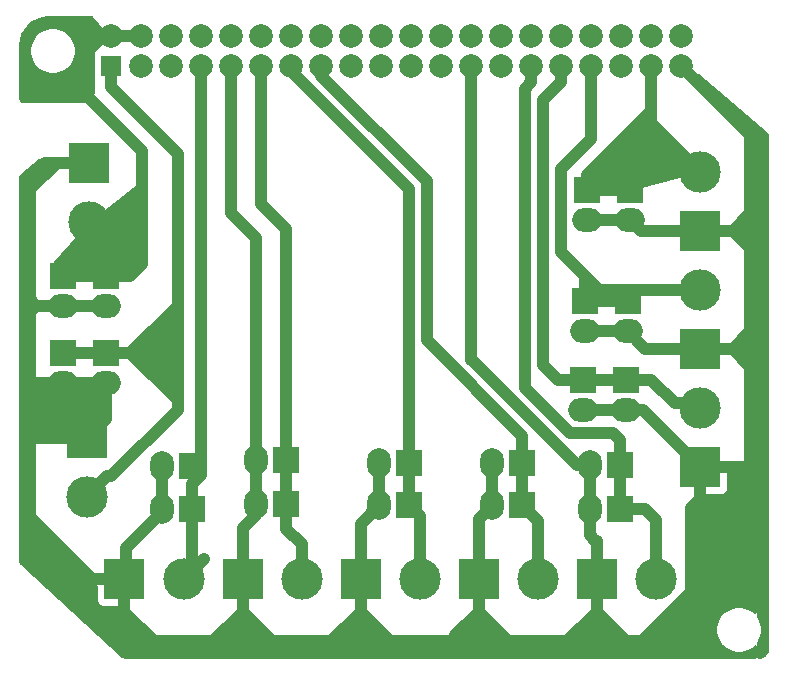
<source format=gbl>
G04 #@! TF.GenerationSoftware,KiCad,Pcbnew,(5.1.2)-2*
G04 #@! TF.CreationDate,2019-12-04T01:20:50+01:00*
G04 #@! TF.ProjectId,raspberrypi-gpio-40pin,72617370-6265-4727-9279-70692d677069,rev?*
G04 #@! TF.SameCoordinates,Original*
G04 #@! TF.FileFunction,Copper,L2,Bot*
G04 #@! TF.FilePolarity,Positive*
%FSLAX46Y46*%
G04 Gerber Fmt 4.6, Leading zero omitted, Abs format (unit mm)*
G04 Created by KiCad (PCBNEW (5.1.2)-2) date 2019-12-04 01:20:50*
%MOMM*%
%LPD*%
G04 APERTURE LIST*
%ADD10R,2.200000X2.200000*%
%ADD11O,2.500000X2.000000*%
%ADD12O,2.000000X2.500000*%
%ADD13R,1.700000X1.700000*%
%ADD14C,2.000000*%
%ADD15C,3.500000*%
%ADD16R,3.500000X3.500000*%
%ADD17C,1.000000*%
%ADD18C,0.200000*%
%ADD19C,0.254000*%
G04 APERTURE END LIST*
D10*
X207900000Y-116560000D03*
D11*
X207900000Y-119100000D03*
D10*
X204300000Y-116560000D03*
D11*
X204300000Y-119100000D03*
D10*
X207900000Y-123100000D03*
D11*
X207900000Y-125640000D03*
D10*
X204300000Y-123100000D03*
D11*
X204300000Y-125640000D03*
D10*
X252300000Y-109300000D03*
D11*
X252300000Y-111840000D03*
D10*
X248500000Y-118700000D03*
D11*
X248500000Y-121240000D03*
D10*
X248300000Y-125360000D03*
D11*
X248300000Y-127900000D03*
D10*
X251440000Y-136300000D03*
D12*
X248900000Y-136300000D03*
D10*
X243200000Y-132400000D03*
D12*
X240660000Y-132400000D03*
D10*
X233600000Y-136000000D03*
D12*
X231060000Y-136000000D03*
D10*
X223200000Y-132200000D03*
D12*
X220660000Y-132200000D03*
D10*
X215200000Y-136300000D03*
D12*
X212660000Y-136300000D03*
D10*
X248700000Y-109300000D03*
D11*
X248700000Y-111840000D03*
D10*
X252100000Y-118700000D03*
D11*
X252100000Y-121240000D03*
D10*
X252000000Y-125360000D03*
D11*
X252000000Y-127900000D03*
D10*
X251440000Y-132600000D03*
D12*
X248900000Y-132600000D03*
D10*
X243200000Y-136000000D03*
D12*
X240660000Y-136000000D03*
D10*
X233600000Y-132400000D03*
D12*
X231060000Y-132400000D03*
D10*
X223200000Y-135900000D03*
D12*
X220660000Y-135900000D03*
D10*
X215200000Y-132700000D03*
D12*
X212660000Y-132700000D03*
D13*
X208370000Y-98770000D03*
D14*
X208370000Y-96230000D03*
X210910000Y-98770000D03*
X210910000Y-96230000D03*
X213450000Y-98770000D03*
X213450000Y-96230000D03*
X215990000Y-98770000D03*
X215990000Y-96230000D03*
X218530000Y-98770000D03*
X218530000Y-96230000D03*
X221070000Y-98770000D03*
X221070000Y-96230000D03*
X223610000Y-98770000D03*
X223610000Y-96230000D03*
X226150000Y-98770000D03*
X226150000Y-96230000D03*
X228690000Y-98770000D03*
X228690000Y-96230000D03*
X231230000Y-98770000D03*
X231230000Y-96230000D03*
X233770000Y-98770000D03*
X233770000Y-96230000D03*
X236310000Y-98770000D03*
X236310000Y-96230000D03*
X238850000Y-98770000D03*
X238850000Y-96230000D03*
X241390000Y-98770000D03*
X241390000Y-96230000D03*
X243930000Y-98770000D03*
X243930000Y-96230000D03*
X246470000Y-98770000D03*
X246470000Y-96230000D03*
X249010000Y-98770000D03*
X249010000Y-96230000D03*
X251550000Y-98770000D03*
X251550000Y-96230000D03*
X254090000Y-98770000D03*
X254090000Y-96230000D03*
X256630000Y-98770000D03*
X256630000Y-96230000D03*
D15*
X206500000Y-112000000D03*
D16*
X206500000Y-107000000D03*
D15*
X206300000Y-135300000D03*
D16*
X206300000Y-130300000D03*
D15*
X258250000Y-107750000D03*
D16*
X258250000Y-112750000D03*
D15*
X258250000Y-117750000D03*
D16*
X258250000Y-122750000D03*
D15*
X258250000Y-127750000D03*
D16*
X258250000Y-132750000D03*
D15*
X254500000Y-142250000D03*
D16*
X249500000Y-142250000D03*
D15*
X244500000Y-142250000D03*
D16*
X239500000Y-142250000D03*
D15*
X234500000Y-142250000D03*
D16*
X229500000Y-142250000D03*
D15*
X224500000Y-142250000D03*
D16*
X219500000Y-142250000D03*
D15*
X214500000Y-142250000D03*
D16*
X209500000Y-142250000D03*
D17*
X208370000Y-98770000D02*
X208370000Y-100620000D01*
X208370000Y-100620000D02*
X214000000Y-106250000D01*
X204300000Y-123100000D02*
X207900000Y-123100000D01*
X208350001Y-133550001D02*
X214000000Y-127900002D01*
X208049999Y-133550001D02*
X208350001Y-133550001D01*
X206300000Y-135300000D02*
X208049999Y-133550001D01*
X214000000Y-119100000D02*
X214000000Y-116300000D01*
X210000000Y-123100000D02*
X214000000Y-119100000D01*
X214000000Y-127900002D02*
X214000000Y-116300000D01*
X214000000Y-116300000D02*
X214000000Y-106250000D01*
X214000000Y-127100000D02*
X214000000Y-127900002D01*
X210000000Y-123100000D02*
X214000000Y-127100000D01*
X207900000Y-123100000D02*
X210000000Y-123100000D01*
X208370000Y-96230000D02*
X210910000Y-96230000D01*
X211000000Y-109974873D02*
X211000000Y-106000000D01*
X206500000Y-112000000D02*
X208974873Y-112000000D01*
X208974873Y-112000000D02*
X211000000Y-109974873D01*
D18*
X206919999Y-101080001D02*
X206500000Y-101500000D01*
X207167919Y-96230000D02*
X206919999Y-96477920D01*
X208370000Y-96230000D02*
X207167919Y-96230000D01*
D17*
X211000000Y-106000000D02*
X206500000Y-101500000D01*
X206500000Y-101500000D02*
X206000000Y-101000000D01*
D18*
X206652928Y-96847072D02*
X206919999Y-96580001D01*
X206652928Y-98359356D02*
X206652928Y-96847072D01*
X206000000Y-99012284D02*
X206652928Y-98359356D01*
X206000000Y-101000000D02*
X206000000Y-99012284D01*
X206919999Y-96477920D02*
X206919999Y-96580001D01*
X206919999Y-97080001D02*
X206919999Y-101080001D01*
X206919999Y-96580001D02*
X206919999Y-97080001D01*
X208270000Y-96230000D02*
X208370000Y-96230000D01*
X207080001Y-97419999D02*
X208270000Y-96230000D01*
X206919999Y-97080001D02*
X207080001Y-97080001D01*
X207080001Y-97080001D02*
X207080001Y-97419999D01*
X208270000Y-96230000D02*
X207000000Y-97500000D01*
D17*
X206500000Y-115160000D02*
X207900000Y-116560000D01*
X206500000Y-112000000D02*
X206500000Y-115160000D01*
X206500000Y-114360000D02*
X204300000Y-116560000D01*
X206500000Y-112000000D02*
X206500000Y-114360000D01*
X211000000Y-115560000D02*
X211000000Y-109974873D01*
X210000000Y-116560000D02*
X211000000Y-115560000D01*
X207900000Y-116560000D02*
X210000000Y-116560000D01*
X207900000Y-116560000D02*
X204300000Y-116560000D01*
X238850000Y-98770000D02*
X238850000Y-123649776D01*
X209500000Y-142250000D02*
X209500000Y-145000000D01*
X209500000Y-145000000D02*
X212000000Y-147500000D01*
X247000000Y-147500000D02*
X249500000Y-145000000D01*
X242000000Y-147500000D02*
X244500000Y-147500000D01*
X239500000Y-145000000D02*
X242000000Y-147500000D01*
X244500000Y-147500000D02*
X247000000Y-147500000D01*
X237500000Y-147000000D02*
X237500000Y-147500000D01*
X239500000Y-145000000D02*
X237500000Y-147000000D01*
X239500000Y-142250000D02*
X239500000Y-145000000D01*
X237500000Y-147500000D02*
X244500000Y-147500000D01*
X232000000Y-147500000D02*
X232500000Y-147500000D01*
X229500000Y-145000000D02*
X232000000Y-147500000D01*
X232500000Y-147500000D02*
X237500000Y-147500000D01*
X227000000Y-147500000D02*
X226500000Y-147500000D01*
X229500000Y-145000000D02*
X227000000Y-147500000D01*
X229500000Y-142250000D02*
X229500000Y-145000000D01*
X226500000Y-147500000D02*
X232500000Y-147500000D01*
X219500000Y-145500000D02*
X221500000Y-147500000D01*
X219500000Y-142250000D02*
X219500000Y-145500000D01*
X219500000Y-146000000D02*
X218000000Y-147500000D01*
X219500000Y-142250000D02*
X219500000Y-146000000D01*
X218000000Y-147500000D02*
X221500000Y-147500000D01*
X258250000Y-135500000D02*
X257500000Y-136250000D01*
X258250000Y-132750000D02*
X258250000Y-135500000D01*
X257500000Y-143320002D02*
X253320002Y-147500000D01*
X249500000Y-145000000D02*
X252000000Y-147500000D01*
X249500000Y-142250000D02*
X249500000Y-145000000D01*
X253320002Y-147500000D02*
X252000000Y-147500000D01*
X252000000Y-147500000D02*
X247000000Y-147500000D01*
X261000000Y-122750000D02*
X262500000Y-124250000D01*
X258250000Y-122750000D02*
X261000000Y-122750000D01*
X262500000Y-134000000D02*
X257500000Y-139000000D01*
X257500000Y-136250000D02*
X257500000Y-139000000D01*
X257500000Y-139000000D02*
X257500000Y-143320002D01*
X262250000Y-132750000D02*
X262500000Y-132500000D01*
X258250000Y-132750000D02*
X262250000Y-132750000D01*
X262500000Y-132500000D02*
X262500000Y-134000000D01*
X262500000Y-114250000D02*
X262500000Y-125000000D01*
X261000000Y-112750000D02*
X262500000Y-114250000D01*
X262500000Y-124250000D02*
X262500000Y-125000000D01*
X262500000Y-125000000D02*
X262500000Y-132500000D01*
X262500000Y-121250000D02*
X262500000Y-114250000D01*
X261000001Y-122749999D02*
X262500000Y-121250000D01*
X258250000Y-122750000D02*
X261000001Y-122749999D01*
X202749999Y-107000001D02*
X201500000Y-108250000D01*
X205500000Y-107000000D02*
X202749999Y-107000001D01*
X206750000Y-142250000D02*
X201500000Y-137000000D01*
X209500000Y-142250000D02*
X206750000Y-142250000D01*
X201500000Y-139500000D02*
X201500000Y-136000000D01*
X209500000Y-147500000D02*
X201500000Y-139500000D01*
X212000000Y-147500000D02*
X209500000Y-147500000D01*
X201500000Y-137000000D02*
X201500000Y-136000000D01*
X201500000Y-127750000D02*
X201500000Y-129000000D01*
X262500000Y-104640000D02*
X256630000Y-98770000D01*
X262500000Y-111250000D02*
X262500000Y-109500000D01*
X261000000Y-112750000D02*
X262500000Y-111250000D01*
X258250000Y-112750000D02*
X261000000Y-112750000D01*
X262500000Y-114250000D02*
X262500000Y-109500000D01*
X262500000Y-109500000D02*
X262500000Y-104640000D01*
X217000000Y-147500000D02*
X216000000Y-147500000D01*
X219500000Y-145000000D02*
X217000000Y-147500000D01*
X212000000Y-147500000D02*
X216000000Y-147500000D01*
X216000000Y-147500000D02*
X218000000Y-147500000D01*
X222000000Y-147500000D02*
X223000000Y-147500000D01*
X219500000Y-145000000D02*
X222000000Y-147500000D01*
X219500000Y-142250000D02*
X219500000Y-145000000D01*
X221500000Y-147500000D02*
X223000000Y-147500000D01*
X223000000Y-147500000D02*
X226500000Y-147500000D01*
X249500000Y-142250000D02*
X249500000Y-139000000D01*
X219500000Y-142250000D02*
X219500000Y-137940000D01*
X201500000Y-124250000D02*
X201500000Y-119500000D01*
X201500000Y-119500000D02*
X201500000Y-125250000D01*
X201500000Y-128750000D02*
X201500000Y-130000000D01*
X201500000Y-136000000D02*
X201500000Y-130000000D01*
X201500000Y-130000000D02*
X201500000Y-129000000D01*
X201500000Y-109250000D02*
X201500000Y-110000000D01*
X203750000Y-107000000D02*
X201500000Y-109250000D01*
X206500000Y-107000000D02*
X203750000Y-107000000D01*
X201500000Y-108250000D02*
X201500000Y-110000000D01*
X220660000Y-132200000D02*
X220660000Y-135900000D01*
X220660000Y-136780000D02*
X219500000Y-137940000D01*
X220660000Y-135900000D02*
X220660000Y-136780000D01*
X212660000Y-136550000D02*
X209600000Y-139610000D01*
X212660000Y-136300000D02*
X212660000Y-136550000D01*
X209600000Y-142150000D02*
X209500000Y-142250000D01*
X209600000Y-139610000D02*
X209600000Y-142150000D01*
X239500000Y-137160000D02*
X240660000Y-136000000D01*
X239500000Y-142250000D02*
X239500000Y-137160000D01*
X253210000Y-112750000D02*
X252300000Y-111840000D01*
X258250000Y-112750000D02*
X253210000Y-112750000D01*
X253610000Y-122750000D02*
X252100000Y-121240000D01*
X258250000Y-122750000D02*
X253610000Y-122750000D01*
X252100000Y-121240000D02*
X248500000Y-121240000D01*
X218530000Y-111230000D02*
X218530000Y-98770000D01*
X220660000Y-113360000D02*
X218530000Y-111230000D01*
X220660000Y-132200000D02*
X220660000Y-113360000D01*
X252300000Y-111840000D02*
X248700000Y-111840000D01*
X253400000Y-127900000D02*
X258250000Y-132750000D01*
X252000000Y-127900000D02*
X253400000Y-127900000D01*
X248300000Y-127900000D02*
X252000000Y-127900000D01*
X248900000Y-138550000D02*
X248900000Y-136300000D01*
X249350000Y-139000000D02*
X248900000Y-138550000D01*
X249500000Y-139000000D02*
X249350000Y-139000000D01*
X248900000Y-136300000D02*
X248900000Y-132600000D01*
X240660000Y-136000000D02*
X240660000Y-132400000D01*
X212660000Y-132700000D02*
X212660000Y-136300000D01*
X229500000Y-137560000D02*
X231060000Y-136000000D01*
X229500000Y-142250000D02*
X229500000Y-137560000D01*
X231060000Y-136000000D02*
X231060000Y-132400000D01*
X207900000Y-119100000D02*
X204300000Y-119100000D01*
X201500000Y-118550000D02*
X201500000Y-118400000D01*
X202050000Y-119100000D02*
X201500000Y-118550000D01*
X201500000Y-110000000D02*
X201500000Y-118400000D01*
X201500000Y-118400000D02*
X201500000Y-119500000D01*
X201650000Y-119500000D02*
X201500000Y-119500000D01*
X202050000Y-119100000D02*
X201650000Y-119500000D01*
X204300000Y-119100000D02*
X202050000Y-119100000D01*
X206300000Y-130300000D02*
X203550000Y-130300000D01*
X203550000Y-130300000D02*
X201050010Y-130300000D01*
X207900000Y-125640000D02*
X204300000Y-125640000D01*
X201990000Y-125700000D02*
X201500000Y-125700000D01*
X202050000Y-125640000D02*
X201990000Y-125700000D01*
X204300000Y-125640000D02*
X202050000Y-125640000D01*
X201500000Y-129000000D02*
X201500000Y-125700000D01*
X201500000Y-125700000D02*
X201500000Y-125250000D01*
X207900000Y-128700000D02*
X206300000Y-130300000D01*
X207900000Y-125640000D02*
X207900000Y-128700000D01*
X204300000Y-128300000D02*
X206300000Y-130300000D01*
X204300000Y-125640000D02*
X204300000Y-128300000D01*
X248900000Y-132600000D02*
X247800224Y-132600000D01*
X247800224Y-132600000D02*
X238900000Y-123699776D01*
X254500000Y-142250000D02*
X254500000Y-139775127D01*
X251440000Y-132600000D02*
X251440000Y-136300000D01*
X254500000Y-137260000D02*
X254500000Y-139775127D01*
X253540000Y-136300000D02*
X254500000Y-137260000D01*
X251440000Y-136300000D02*
X253540000Y-136300000D01*
X243930000Y-100184213D02*
X243930000Y-98770000D01*
X243390001Y-100724212D02*
X243930000Y-100184213D01*
X243390001Y-126068442D02*
X243390001Y-100724212D01*
X250840010Y-129900010D02*
X247221569Y-129900010D01*
X247221569Y-129900010D02*
X243390001Y-126068442D01*
X251440000Y-130500000D02*
X250840010Y-129900010D01*
X251440000Y-132600000D02*
X251440000Y-130500000D01*
X258250000Y-127750000D02*
X257400000Y-126900000D01*
X246200000Y-125360000D02*
X248300000Y-125360000D01*
X244949980Y-124109980D02*
X246200000Y-125360000D01*
X244949980Y-101704233D02*
X244949980Y-124109980D01*
X246470000Y-100184213D02*
X244949980Y-101704233D01*
X246470000Y-98770000D02*
X246470000Y-100184213D01*
X248300000Y-125360000D02*
X252000000Y-125360000D01*
X254100000Y-125360000D02*
X256100000Y-127360000D01*
X252000000Y-125360000D02*
X254100000Y-125360000D01*
X257860000Y-127360000D02*
X258250000Y-127750000D01*
X256100000Y-127360000D02*
X257860000Y-127360000D01*
X254090000Y-103590000D02*
X254090000Y-98770000D01*
X258250000Y-107750000D02*
X254090000Y-103590000D01*
X253850000Y-107750000D02*
X252300000Y-109300000D01*
X258250000Y-107750000D02*
X253850000Y-107750000D01*
X252300000Y-109300000D02*
X248700000Y-109300000D01*
X252300000Y-105380000D02*
X252300000Y-109300000D01*
X254090000Y-103590000D02*
X252300000Y-105380000D01*
X250800000Y-109300000D02*
X248700000Y-109300000D01*
X254090000Y-106010000D02*
X250800000Y-109300000D01*
X254090000Y-103590000D02*
X254090000Y-106010000D01*
X248700000Y-109300000D02*
X248700000Y-108000000D01*
X254090000Y-102610000D02*
X254090000Y-98770000D01*
X248700000Y-108000000D02*
X254090000Y-102610000D01*
X216249999Y-99029999D02*
X215990000Y-98770000D01*
X214500000Y-142250000D02*
X216249999Y-140500001D01*
X215200000Y-141550000D02*
X215200000Y-136300000D01*
X214500000Y-142250000D02*
X215200000Y-141550000D01*
X215990000Y-100184213D02*
X215990000Y-98770000D01*
X215990000Y-133410000D02*
X215990000Y-100184213D01*
X215200000Y-134200000D02*
X215990000Y-133410000D01*
X215200000Y-136300000D02*
X215200000Y-134200000D01*
X221070000Y-99972081D02*
X221070000Y-98770000D01*
X224500000Y-142250000D02*
X224500000Y-139775127D01*
X223200000Y-132200000D02*
X223200000Y-135900000D01*
X224500000Y-139300000D02*
X224500000Y-139775127D01*
X223200000Y-138000000D02*
X224500000Y-139300000D01*
X223200000Y-135900000D02*
X223200000Y-138000000D01*
X223200000Y-132200000D02*
X223200000Y-112600000D01*
X221070000Y-110470000D02*
X221070000Y-100270010D01*
X223200000Y-112600000D02*
X221070000Y-110470000D01*
X234500000Y-136900000D02*
X233600000Y-136000000D01*
X234500000Y-142250000D02*
X234500000Y-136900000D01*
X233600000Y-136000000D02*
X233600000Y-132400000D01*
X223610000Y-99190002D02*
X223610000Y-98770000D01*
X233600000Y-109180002D02*
X223610000Y-99190002D01*
X233600000Y-132400000D02*
X233600000Y-109180002D01*
X244500000Y-137300000D02*
X243200000Y-136000000D01*
X244500000Y-142250000D02*
X244500000Y-137300000D01*
X243200000Y-136000000D02*
X243200000Y-132400000D01*
X235100011Y-122021122D02*
X235100011Y-108558678D01*
X235100011Y-108558678D02*
X226150000Y-99608668D01*
X243200000Y-130121110D02*
X235100011Y-122021122D01*
X243200000Y-132400000D02*
X243200000Y-130121110D01*
X226150000Y-99608668D02*
X226150000Y-98770000D01*
X253050000Y-117750000D02*
X252100000Y-118700000D01*
X258250000Y-117750000D02*
X253050000Y-117750000D01*
X252100000Y-118700000D02*
X248500000Y-118700000D01*
X249010000Y-104989998D02*
X249010000Y-98770000D01*
X246449990Y-107550008D02*
X249010000Y-104989998D01*
X246449990Y-114549990D02*
X246449990Y-107550008D01*
X248500000Y-118700000D02*
X248500000Y-116600000D01*
X248500000Y-116600000D02*
X246449990Y-114549990D01*
X249650000Y-117750000D02*
X248500000Y-116600000D01*
X258250000Y-117750000D02*
X249650000Y-117750000D01*
D19*
G36*
X221637951Y-147373000D02*
G01*
X217806606Y-147373000D01*
X219509426Y-145670180D01*
X221637951Y-147373000D01*
X221637951Y-147373000D01*
G37*
X221637951Y-147373000D02*
X217806606Y-147373000D01*
X219509426Y-145670180D01*
X221637951Y-147373000D01*
G36*
X231235761Y-147373000D02*
G01*
X227764239Y-147373000D01*
X229500000Y-145203299D01*
X231235761Y-147373000D01*
X231235761Y-147373000D01*
G37*
X231235761Y-147373000D02*
X227764239Y-147373000D01*
X229500000Y-145203299D01*
X231235761Y-147373000D01*
G36*
X241235761Y-147373000D02*
G01*
X237764239Y-147373000D01*
X239500000Y-145203299D01*
X241235761Y-147373000D01*
X241235761Y-147373000D01*
G37*
X241235761Y-147373000D02*
X237764239Y-147373000D01*
X239500000Y-145203299D01*
X241235761Y-147373000D01*
G36*
X251235761Y-147373000D02*
G01*
X247306606Y-147373000D01*
X249489470Y-145190136D01*
X251235761Y-147373000D01*
X251235761Y-147373000D01*
G37*
X251235761Y-147373000D02*
X247306606Y-147373000D01*
X249489470Y-145190136D01*
X251235761Y-147373000D01*
G36*
X262373000Y-133943439D02*
G01*
X257699619Y-138149482D01*
X258124534Y-136024907D01*
X258127000Y-136000000D01*
X258127000Y-134052606D01*
X258377000Y-133802606D01*
X258377000Y-134976250D01*
X258535750Y-135135000D01*
X260000000Y-135138072D01*
X260124482Y-135125812D01*
X260244180Y-135089502D01*
X260354494Y-135030537D01*
X260451185Y-134951185D01*
X260530537Y-134854494D01*
X260589502Y-134744180D01*
X260625812Y-134624482D01*
X260638072Y-134500000D01*
X260635000Y-133035750D01*
X260476250Y-132877000D01*
X259302606Y-132877000D01*
X259552606Y-132627000D01*
X262373000Y-132627000D01*
X262373000Y-133943439D01*
X262373000Y-133943439D01*
G37*
X262373000Y-133943439D02*
X257699619Y-138149482D01*
X258124534Y-136024907D01*
X258127000Y-136000000D01*
X258127000Y-134052606D01*
X258377000Y-133802606D01*
X258377000Y-134976250D01*
X258535750Y-135135000D01*
X260000000Y-135138072D01*
X260124482Y-135125812D01*
X260244180Y-135089502D01*
X260354494Y-135030537D01*
X260451185Y-134951185D01*
X260530537Y-134854494D01*
X260589502Y-134744180D01*
X260625812Y-134624482D01*
X260638072Y-134500000D01*
X260635000Y-133035750D01*
X260476250Y-132877000D01*
X259302606Y-132877000D01*
X259552606Y-132627000D01*
X262373000Y-132627000D01*
X262373000Y-133943439D01*
G36*
X262373000Y-114119000D02*
G01*
X261167688Y-112511918D01*
X262373000Y-111306606D01*
X262373000Y-114119000D01*
X262373000Y-114119000D01*
G37*
X262373000Y-114119000D02*
X261167688Y-112511918D01*
X262373000Y-111306606D01*
X262373000Y-114119000D01*
G36*
X262373000Y-124119000D02*
G01*
X261182151Y-122531201D01*
X262373000Y-121737301D01*
X262373000Y-124119000D01*
X262373000Y-124119000D01*
G37*
X262373000Y-124119000D02*
X261182151Y-122531201D01*
X262373000Y-121737301D01*
X262373000Y-124119000D01*
G36*
X207111928Y-142791534D02*
G01*
X207111928Y-144000000D01*
X207124188Y-144124482D01*
X207160498Y-144244180D01*
X207219463Y-144354494D01*
X207298815Y-144451185D01*
X207395506Y-144530537D01*
X207505820Y-144589502D01*
X207625518Y-144625812D01*
X207750000Y-144638072D01*
X208958466Y-144638072D01*
X211693394Y-147373000D01*
X209552606Y-147373000D01*
X201627000Y-139447394D01*
X201627000Y-137306606D01*
X207111928Y-142791534D01*
X207111928Y-142791534D01*
G37*
X207111928Y-142791534D02*
X207111928Y-144000000D01*
X207124188Y-144124482D01*
X207160498Y-144244180D01*
X207219463Y-144354494D01*
X207298815Y-144451185D01*
X207395506Y-144530537D01*
X207505820Y-144589502D01*
X207625518Y-144625812D01*
X207750000Y-144638072D01*
X208958466Y-144638072D01*
X211693394Y-147373000D01*
X209552606Y-147373000D01*
X201627000Y-139447394D01*
X201627000Y-137306606D01*
X207111928Y-142791534D01*
G36*
X208027381Y-96293013D02*
G01*
X206910197Y-97410197D01*
X206894403Y-97429443D01*
X206882667Y-97451399D01*
X206875440Y-97475224D01*
X206873049Y-97496474D01*
X206774008Y-101061964D01*
X206329610Y-101773000D01*
X200852606Y-101773000D01*
X200685000Y-101605394D01*
X200685000Y-97304495D01*
X201415000Y-97304495D01*
X201415000Y-97695505D01*
X201491282Y-98079003D01*
X201640915Y-98440250D01*
X201858149Y-98765364D01*
X202134636Y-99041851D01*
X202459750Y-99259085D01*
X202820997Y-99408718D01*
X203204495Y-99485000D01*
X203595505Y-99485000D01*
X203979003Y-99408718D01*
X204340250Y-99259085D01*
X204665364Y-99041851D01*
X204941851Y-98765364D01*
X205159085Y-98440250D01*
X205308718Y-98079003D01*
X205385000Y-97695505D01*
X205385000Y-97304495D01*
X205308718Y-96920997D01*
X205159085Y-96559750D01*
X204941851Y-96234636D01*
X204665364Y-95958149D01*
X204340250Y-95740915D01*
X203979003Y-95591282D01*
X203595505Y-95515000D01*
X203204495Y-95515000D01*
X202820997Y-95591282D01*
X202459750Y-95740915D01*
X202134636Y-95958149D01*
X201858149Y-96234636D01*
X201640915Y-96559750D01*
X201491282Y-96920997D01*
X201415000Y-97304495D01*
X200685000Y-97304495D01*
X200685000Y-97033505D01*
X200732312Y-96550984D01*
X200862714Y-96119070D01*
X201074524Y-95720715D01*
X201359675Y-95371086D01*
X201707303Y-95083503D01*
X202104177Y-94868914D01*
X202535161Y-94735502D01*
X203015654Y-94685000D01*
X206660571Y-94685000D01*
X208027381Y-96293013D01*
X208027381Y-96293013D01*
G37*
X208027381Y-96293013D02*
X206910197Y-97410197D01*
X206894403Y-97429443D01*
X206882667Y-97451399D01*
X206875440Y-97475224D01*
X206873049Y-97496474D01*
X206774008Y-101061964D01*
X206329610Y-101773000D01*
X200852606Y-101773000D01*
X200685000Y-101605394D01*
X200685000Y-97304495D01*
X201415000Y-97304495D01*
X201415000Y-97695505D01*
X201491282Y-98079003D01*
X201640915Y-98440250D01*
X201858149Y-98765364D01*
X202134636Y-99041851D01*
X202459750Y-99259085D01*
X202820997Y-99408718D01*
X203204495Y-99485000D01*
X203595505Y-99485000D01*
X203979003Y-99408718D01*
X204340250Y-99259085D01*
X204665364Y-99041851D01*
X204941851Y-98765364D01*
X205159085Y-98440250D01*
X205308718Y-98079003D01*
X205385000Y-97695505D01*
X205385000Y-97304495D01*
X205308718Y-96920997D01*
X205159085Y-96559750D01*
X204941851Y-96234636D01*
X204665364Y-95958149D01*
X204340250Y-95740915D01*
X203979003Y-95591282D01*
X203595505Y-95515000D01*
X203204495Y-95515000D01*
X202820997Y-95591282D01*
X202459750Y-95740915D01*
X202134636Y-95958149D01*
X201858149Y-96234636D01*
X201640915Y-96559750D01*
X201491282Y-96920997D01*
X201415000Y-97304495D01*
X200685000Y-97304495D01*
X200685000Y-97033505D01*
X200732312Y-96550984D01*
X200862714Y-96119070D01*
X201074524Y-95720715D01*
X201359675Y-95371086D01*
X201707303Y-95083503D01*
X202104177Y-94868914D01*
X202535161Y-94735502D01*
X203015654Y-94685000D01*
X206660571Y-94685000D01*
X208027381Y-96293013D01*
G36*
X262873000Y-145065785D02*
G01*
X262765364Y-144958149D01*
X262440250Y-144740915D01*
X262079003Y-144591282D01*
X261695505Y-144515000D01*
X261304495Y-144515000D01*
X260920997Y-144591282D01*
X260559750Y-144740915D01*
X260234636Y-144958149D01*
X259958149Y-145234636D01*
X259740915Y-145559750D01*
X259591282Y-145920997D01*
X259515000Y-146304495D01*
X259515000Y-146695505D01*
X259591282Y-147079003D01*
X259740915Y-147440250D01*
X259958149Y-147765364D01*
X260035214Y-147842429D01*
X253589778Y-147775981D01*
X257692777Y-143386726D01*
X257707914Y-143366960D01*
X257718903Y-143344620D01*
X257725324Y-143320566D01*
X257727000Y-143300000D01*
X257727000Y-138559483D01*
X262873000Y-134271150D01*
X262873000Y-145065785D01*
X262873000Y-145065785D01*
G37*
X262873000Y-145065785D02*
X262765364Y-144958149D01*
X262440250Y-144740915D01*
X262079003Y-144591282D01*
X261695505Y-144515000D01*
X261304495Y-144515000D01*
X260920997Y-144591282D01*
X260559750Y-144740915D01*
X260234636Y-144958149D01*
X259958149Y-145234636D01*
X259740915Y-145559750D01*
X259591282Y-145920997D01*
X259515000Y-146304495D01*
X259515000Y-146695505D01*
X259591282Y-147079003D01*
X259740915Y-147440250D01*
X259958149Y-147765364D01*
X260035214Y-147842429D01*
X253589778Y-147775981D01*
X257692777Y-143386726D01*
X257707914Y-143366960D01*
X257718903Y-143344620D01*
X257725324Y-143320566D01*
X257727000Y-143300000D01*
X257727000Y-138559483D01*
X262873000Y-134271150D01*
X262873000Y-145065785D01*
G36*
X260087248Y-147894463D02*
G01*
X260234636Y-148041851D01*
X260559750Y-148259085D01*
X260920997Y-148408718D01*
X261304495Y-148485000D01*
X261695505Y-148485000D01*
X262079003Y-148408718D01*
X262440250Y-148259085D01*
X262765364Y-148041851D01*
X262873000Y-147934215D01*
X262873000Y-148873000D01*
X209427000Y-148873000D01*
X209427000Y-147328427D01*
X260087248Y-147894463D01*
X260087248Y-147894463D01*
G37*
X260087248Y-147894463D02*
X260234636Y-148041851D01*
X260559750Y-148259085D01*
X260920997Y-148408718D01*
X261304495Y-148485000D01*
X261695505Y-148485000D01*
X262079003Y-148408718D01*
X262440250Y-148259085D01*
X262765364Y-148041851D01*
X262873000Y-147934215D01*
X262873000Y-148873000D01*
X209427000Y-148873000D01*
X209427000Y-147328427D01*
X260087248Y-147894463D01*
G36*
X263873000Y-104608955D02*
G01*
X263873000Y-148343627D01*
X263640325Y-148628914D01*
X263345276Y-148873000D01*
X263126150Y-148873000D01*
X263117952Y-147651471D01*
X263259085Y-147440250D01*
X263408718Y-147079003D01*
X263485000Y-146695505D01*
X263485000Y-146304495D01*
X263408718Y-145920997D01*
X263259085Y-145559750D01*
X263102339Y-145325163D01*
X262827997Y-104448186D01*
X263873000Y-104608955D01*
X263873000Y-104608955D01*
G37*
X263873000Y-104608955D02*
X263873000Y-148343627D01*
X263640325Y-148628914D01*
X263345276Y-148873000D01*
X263126150Y-148873000D01*
X263117952Y-147651471D01*
X263259085Y-147440250D01*
X263408718Y-147079003D01*
X263485000Y-146695505D01*
X263485000Y-146304495D01*
X263408718Y-145920997D01*
X263259085Y-145559750D01*
X263102339Y-145325163D01*
X262827997Y-104448186D01*
X263873000Y-104608955D01*
G36*
X201373001Y-139499597D02*
G01*
X201375362Y-139524381D01*
X201382514Y-139548228D01*
X201394180Y-139570222D01*
X201411886Y-139591460D01*
X209562550Y-147443929D01*
X209317429Y-148751238D01*
X200685000Y-140797764D01*
X200685000Y-108127000D01*
X201472597Y-108127000D01*
X201373001Y-139499597D01*
X201373001Y-139499597D01*
G37*
X201373001Y-139499597D02*
X201375362Y-139524381D01*
X201382514Y-139548228D01*
X201394180Y-139570222D01*
X201411886Y-139591460D01*
X209562550Y-147443929D01*
X209317429Y-148751238D01*
X200685000Y-140797764D01*
X200685000Y-108127000D01*
X201472597Y-108127000D01*
X201373001Y-139499597D01*
G36*
X263873000Y-104558217D02*
G01*
X263873000Y-104582394D01*
X262747726Y-104668954D01*
X257846493Y-99865746D01*
X257899987Y-99812252D01*
X258069619Y-99558380D01*
X263873000Y-104558217D01*
X263873000Y-104558217D01*
G37*
X263873000Y-104558217D02*
X263873000Y-104582394D01*
X262747726Y-104668954D01*
X257846493Y-99865746D01*
X257899987Y-99812252D01*
X258069619Y-99558380D01*
X263873000Y-104558217D01*
G36*
X200911304Y-108203406D02*
G01*
X200773992Y-108020323D01*
X202250097Y-106790236D01*
X200911304Y-108203406D01*
X200911304Y-108203406D01*
G37*
X200911304Y-108203406D02*
X200773992Y-108020323D01*
X202250097Y-106790236D01*
X200911304Y-108203406D01*
G36*
X202415000Y-125763034D02*
G01*
X202415000Y-125767002D01*
X202537995Y-125767002D01*
X202578605Y-125768312D01*
X202459876Y-126020434D01*
X202484256Y-126142398D01*
X202612354Y-126438206D01*
X202795700Y-126703340D01*
X203027248Y-126927610D01*
X203298100Y-127102398D01*
X203597847Y-127220987D01*
X203914970Y-127278819D01*
X204173000Y-127121016D01*
X204173000Y-125819744D01*
X204395905Y-125826934D01*
X204403526Y-125826951D01*
X204427000Y-125826299D01*
X204427000Y-127121016D01*
X204685030Y-127278819D01*
X205002153Y-127220987D01*
X205301900Y-127102398D01*
X205572752Y-126927610D01*
X205804300Y-126703340D01*
X205987646Y-126438206D01*
X206100000Y-126178755D01*
X206212354Y-126438206D01*
X206395700Y-126703340D01*
X206627248Y-126927610D01*
X206898100Y-127102398D01*
X207197847Y-127220987D01*
X207514970Y-127278819D01*
X207772998Y-127121017D01*
X207772998Y-127275000D01*
X207800054Y-127275000D01*
X207772336Y-127912511D01*
X206585750Y-127915000D01*
X206427000Y-128073750D01*
X206427000Y-130117224D01*
X206173000Y-130125418D01*
X206173000Y-128073750D01*
X206014250Y-127915000D01*
X204550000Y-127911928D01*
X204425518Y-127924188D01*
X204305820Y-127960498D01*
X204195506Y-128019463D01*
X204098815Y-128098815D01*
X204019463Y-128195506D01*
X203960498Y-128305820D01*
X203924188Y-128425518D01*
X203911928Y-128550000D01*
X203915000Y-130014250D01*
X204073748Y-130172998D01*
X203915000Y-130172998D01*
X203915000Y-130198256D01*
X201719066Y-130269093D01*
X201435463Y-125731436D01*
X202415000Y-125763034D01*
X202415000Y-125763034D01*
G37*
X202415000Y-125763034D02*
X202415000Y-125767002D01*
X202537995Y-125767002D01*
X202578605Y-125768312D01*
X202459876Y-126020434D01*
X202484256Y-126142398D01*
X202612354Y-126438206D01*
X202795700Y-126703340D01*
X203027248Y-126927610D01*
X203298100Y-127102398D01*
X203597847Y-127220987D01*
X203914970Y-127278819D01*
X204173000Y-127121016D01*
X204173000Y-125819744D01*
X204395905Y-125826934D01*
X204403526Y-125826951D01*
X204427000Y-125826299D01*
X204427000Y-127121016D01*
X204685030Y-127278819D01*
X205002153Y-127220987D01*
X205301900Y-127102398D01*
X205572752Y-126927610D01*
X205804300Y-126703340D01*
X205987646Y-126438206D01*
X206100000Y-126178755D01*
X206212354Y-126438206D01*
X206395700Y-126703340D01*
X206627248Y-126927610D01*
X206898100Y-127102398D01*
X207197847Y-127220987D01*
X207514970Y-127278819D01*
X207772998Y-127121017D01*
X207772998Y-127275000D01*
X207800054Y-127275000D01*
X207772336Y-127912511D01*
X206585750Y-127915000D01*
X206427000Y-128073750D01*
X206427000Y-130117224D01*
X206173000Y-130125418D01*
X206173000Y-128073750D01*
X206014250Y-127915000D01*
X204550000Y-127911928D01*
X204425518Y-127924188D01*
X204305820Y-127960498D01*
X204195506Y-128019463D01*
X204098815Y-128098815D01*
X204019463Y-128195506D01*
X203960498Y-128305820D01*
X203924188Y-128425518D01*
X203911928Y-128550000D01*
X203915000Y-130014250D01*
X204073748Y-130172998D01*
X203915000Y-130172998D01*
X203915000Y-130198256D01*
X201719066Y-130269093D01*
X201435463Y-125731436D01*
X202415000Y-125763034D01*
G36*
X207864750Y-125787000D02*
G01*
X207773000Y-125787000D01*
X207773000Y-125767000D01*
X207753000Y-125767000D01*
X207753000Y-125733910D01*
X207867196Y-125730738D01*
X207864750Y-125787000D01*
X207864750Y-125787000D01*
G37*
X207864750Y-125787000D02*
X207773000Y-125787000D01*
X207773000Y-125767000D01*
X207753000Y-125767000D01*
X207753000Y-125733910D01*
X207867196Y-125730738D01*
X207864750Y-125787000D01*
G36*
X213868938Y-126316568D02*
G01*
X210191486Y-123098797D01*
X213777002Y-119881027D01*
X213868938Y-126316568D01*
X213868938Y-126316568D01*
G37*
X213868938Y-126316568D02*
X210191486Y-123098797D01*
X213777002Y-119881027D01*
X213868938Y-126316568D01*
G36*
X210970009Y-115730873D02*
G01*
X209762391Y-116474023D01*
X206322708Y-116572300D01*
X203517321Y-115450144D01*
X206487008Y-112193067D01*
X210683512Y-108854939D01*
X210970009Y-115730873D01*
X210970009Y-115730873D01*
G37*
X210970009Y-115730873D02*
X209762391Y-116474023D01*
X206322708Y-116572300D01*
X203517321Y-115450144D01*
X206487008Y-112193067D01*
X210683512Y-108854939D01*
X210970009Y-115730873D01*
G36*
X207885567Y-129489237D02*
G01*
X202310432Y-130354344D01*
X201743151Y-125627000D01*
X208356571Y-125627000D01*
X207885567Y-129489237D01*
X207885567Y-129489237D01*
G37*
X207885567Y-129489237D02*
X202310432Y-130354344D01*
X201743151Y-125627000D01*
X208356571Y-125627000D01*
X207885567Y-129489237D01*
G36*
X258054351Y-107730504D02*
G01*
X252284366Y-109173000D01*
X248835186Y-109173000D01*
X248923517Y-107759696D01*
X253794407Y-103375894D01*
X258054351Y-107730504D01*
X258054351Y-107730504D01*
G37*
X258054351Y-107730504D02*
X252284366Y-109173000D01*
X248835186Y-109173000D01*
X248923517Y-107759696D01*
X253794407Y-103375894D01*
X258054351Y-107730504D01*
M02*

</source>
